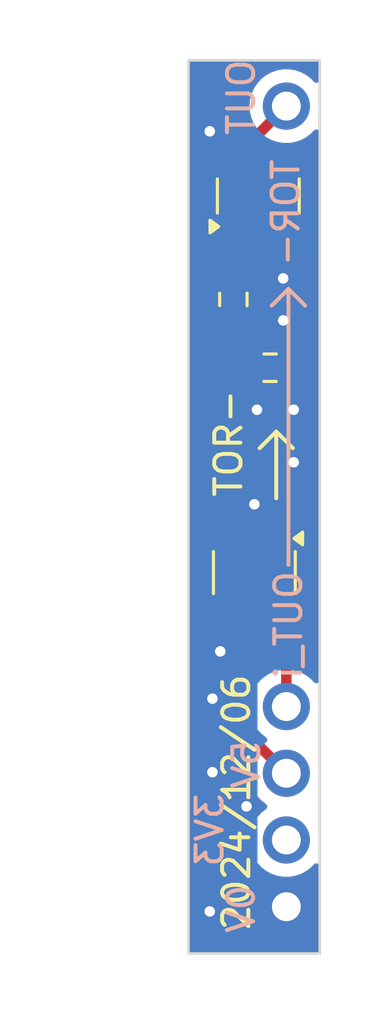
<source format=kicad_pcb>
(kicad_pcb (version 20241229) (generator "pcbnew") (generator_version "9.0")
  (layers (0 "F.Cu" signal) (2 "B.Cu" signal) (13 "F.Paste" user) (15 "B.Paste" user) (5 "F.SilkS" user "F.Silkscreen") (7 "B.SilkS" user "B.Silkscreen") (1 "F.Mask" user) (3 "B.Mask" user) (25 "Edge.Cuts" user))
  (net 0 "")
  (net 1 "/3V3")
  (net 2 "/5V")
  (net 3 "/OUT_i")
  (net 4 "/OUT")
  (net 5 "Net-(Q1-G)")
  (net 6 "/0V")
  (footprint "Package_TO_SOT_SMD:SOT-23" (layer "F.Cu") (at 247.85 69.4625 90)
    (property "Reference" "Q1" (hide yes))
    (property "Value" "AO3400A")
    (fp_line (start 0 -1.56) (end 0.65 -1.56) (stroke (width 0.12)) (layer "F.SilkS"))
    (fp_line (start 0 -1.56) (end -0.65 -1.56) (stroke (width 0.12)) (layer "F.SilkS"))
    (fp_line (start 0 1.56) (end 0.65 1.56) (stroke (width 0.12)) (layer "F.SilkS"))
    (fp_line (start 0 1.56) (end -0.65 1.56) (stroke (width 0.12)) (layer "F.SilkS"))
    (fp_poly (pts (xy -1.1625 -1.51) (xy -1.4025 -1.84) (xy -0.9225 -1.84) (xy -1.1625 -1.51)) (stroke (width 0.12)) (fill yes) (layer "F.SilkS"))
    (pad "1" smd roundrect (at -0.9375 -0.95 90) (size 1.475 0.6) (layers "F.Cu" "F.Mask" "F.Paste") (net 5 "Net-(Q1-G)"))
    (pad "2" smd roundrect (at -0.9375 0.95 90) (size 1.475 0.6) (layers "F.Cu" "F.Mask" "F.Paste") (net 6 "/0V"))
    (pad "3" smd roundrect (at 0.9375 0 90) (size 1.475 0.6) (layers "F.Cu" "F.Mask" "F.Paste") (net 4 "/OUT"))
  )
  (footprint "Chimere_comps:Pastille" (layer "F.Cu") (at 248.92 88.9)
    (property "Reference" "TP2" (hide yes))
    (property "Value" "TestPoint" (hide yes))
    (pad "1" thru_hole circle (at 0 0) (size 1.8 1.8) (drill 1.1) (layers "*.Cu" "*.Mask") (net 3 "/OUT_i"))
  )
  (footprint "Chimere_comps:Pastille" (layer "F.Cu") (at 248.92 66.04)
    (property "Reference" "TP1" (hide yes))
    (property "Value" "TestPoint" (hide yes))
    (pad "1" thru_hole circle (at 0 0) (size 1.8 1.8) (drill 1.1) (layers "*.Cu" "*.Mask") (net 4 "/OUT"))
  )
  (footprint "Resistor_SMD:R_0603_1608Metric" (layer "F.Cu") (at 246.9 73.4 90)
    (property "Reference" "R2" (hide yes))
    (property "Value" "0R")
    (fp_line (start -0.237258 -0.5225) (end 0.237258 -0.5225) (stroke (width 0.12)) (layer "F.SilkS"))
    (fp_line (start -0.237258 0.5225) (end 0.237258 0.5225) (stroke (width 0.12)) (layer "F.SilkS"))
    (pad "1" smd roundrect (at -0.825 0 90) (size 0.8 0.95) (layers "F.Cu" "F.Mask" "F.Paste") (net 3 "/OUT_i"))
    (pad "2" smd roundrect (at 0.825 0 90) (size 0.8 0.95) (layers "F.Cu" "F.Mask" "F.Paste") (net 5 "Net-(Q1-G)"))
  )
  (footprint "Package_TO_SOT_SMD:SOT-23-6" (layer "F.Cu") (at 247.7 83.8 -90)
    (property "Reference" "U1" (hide yes))
    (property "Value" "SRV05-4")
    (fp_line (start 0 1.56) (end -0.8 1.56) (stroke (width 0.12)) (layer "F.SilkS"))
    (fp_line (start 0 1.56) (end 0.8 1.56) (stroke (width 0.12)) (layer "F.SilkS"))
    (fp_line (start 0 -1.56) (end -0.8 -1.56) (stroke (width 0.12)) (layer "F.SilkS"))
    (fp_line (start 0 -1.56) (end 0.8 -1.56) (stroke (width 0.12)) (layer "F.SilkS"))
    (fp_poly (pts (xy -1.3 -1.51) (xy -1.54 -1.84) (xy -1.06 -1.84) (xy -1.3 -1.51)) (stroke (width 0.12)) (fill yes) (layer "F.SilkS"))
    (pad "1" smd roundrect (at -1.1375 -0.95 270) (size 1.325 0.6) (layers "F.Cu" "F.Mask" "F.Paste") (net 3 "/OUT_i"))
    (pad "2" smd roundrect (at -1.1375 0 270) (size 1.325 0.6) (layers "F.Cu" "F.Mask" "F.Paste") (net 6 "/0V"))
    (pad "3" smd roundrect (at -1.1375 0.95 270) (size 1.325 0.6) (layers "F.Cu" "F.Mask" "F.Paste") (net 3 "/OUT_i"))
    (pad "4" smd roundrect (at 1.1375 0.95 270) (size 1.325 0.6) (layers "F.Cu" "F.Mask" "F.Paste") (net 3 "/OUT_i"))
    (pad "5" smd roundrect (at 1.1375 0 270) (size 1.325 0.6) (layers "F.Cu" "F.Mask" "F.Paste") (net 2 "/5V"))
    (pad "6" smd roundrect (at 1.1375 -0.95 270) (size 1.325 0.6) (layers "F.Cu" "F.Mask" "F.Paste") (net 3 "/OUT_i"))
  )
  (footprint "Resistor_SMD:R_0603_1608Metric" (layer "F.Cu") (at 248.3 76)
    (property "Reference" "R1" (hide yes))
    (property "Value" "100k")
    (fp_line (start -0.237258 -0.5225) (end 0.237258 -0.5225) (stroke (width 0.12)) (layer "F.SilkS"))
    (fp_line (start -0.237258 0.5225) (end 0.237258 0.5225) (stroke (width 0.12)) (layer "F.SilkS"))
    (pad "1" smd roundrect (at -0.825 0) (size 0.8 0.95) (layers "F.Cu" "F.Mask" "F.Paste") (net 3 "/OUT_i"))
    (pad "2" smd roundrect (at 0.825 0) (size 0.8 0.95) (layers "F.Cu" "F.Mask" "F.Paste") (net 6 "/0V"))
  )
  (footprint "Chimere_comps:Pastille" (layer "F.Cu") (at 248.92 96.52)
    (property "Reference" "TP5" (hide yes))
    (property "Value" "TestPoint" (hide yes))
    (pad "1" thru_hole circle (at 0 0) (size 1.8 1.8) (drill 1.1) (layers "*.Cu" "*.Mask") (net 6 "/0V"))
  )
  (footprint "Chimere_comps:Pastille" (layer "F.Cu") (at 248.92 91.44)
    (property "Reference" "TP3" (hide yes))
    (property "Value" "TestPoint" (hide yes))
    (pad "1" thru_hole circle (at 0 0) (size 1.8 1.8) (drill 1.1) (layers "*.Cu" "*.Mask") (net 2 "/5V"))
  )
  (footprint "Chimere_comps:Pastille" (layer "F.Cu") (at 248.92 93.98)
    (property "Reference" "TP4" (hide yes))
    (property "Value" "TestPoint" (hide yes))
    (pad "1" thru_hole circle (at 0 0) (size 1.8 1.8) (drill 1.1) (layers "*.Cu" "*.Mask") (net 1 "/3V3"))
  )
  (gr_line (start 248.535 78.43) (end 248.535 80.97) (stroke (width 0.15)) (layer "F.SilkS"))
  (gr_line (start 247.9 79.065) (end 248.535 78.43) (stroke (width 0.15)) (layer "F.SilkS"))
  (gr_line (start 248.535 78.43) (end 249.17 79.065) (stroke (width 0.15)) (layer "F.SilkS"))
  (gr_line (start 249 73) (end 248.365 73.635) (stroke (width 0.15)) (layer "B.SilkS"))
  (gr_line (start 249 73) (end 249.635 73.635) (stroke (width 0.15)) (layer "B.SilkS"))
  (gr_line (start 249 83.5) (end 249 73) (stroke (width 0.15)) (layer "B.SilkS"))
  (gr_line (start 250.19 64.3) (end 245.19 64.3) (stroke (width 0.1)) (layer "Edge.Cuts"))
  (gr_line (start 250.19 98.3) (end 250.19 64.3) (stroke (width 0.1)) (layer "Edge.Cuts"))
  (gr_line (start 245.19 98.3) (end 245.19 64.3) (stroke (width 0.1)) (layer "Edge.Cuts"))
  (gr_line (start 250.19 98.3) (end 245.19 98.3) (stroke (width 0.1)) (layer "Edge.Cuts"))
  (gr_text "2024/12/06" (at 247.6 97.5 90) (layer "F.SilkS") (effects (font (size 1 1)) (justify left bottom)))
  (gr_text "TOR-" (at 247.3 81 90) (layer "F.SilkS") (effects (font (size 1 1)) (justify left bottom)))
  (gr_text "5V" (at 247.4 91.1 90) (layer "B.SilkS") (effects (font (size 1 1)) (justify mirror)))
  (gr_text "OUT" (at 247.2 65.7 90) (layer "B.SilkS") (effects (font (size 1 1)) (justify mirror)))
  (gr_text "OUT_i" (at 249 85.8 90) (layer "B.SilkS") (effects (font (size 1 1)) (justify mirror)))
  (gr_text "0V" (at 247.2 96.6 90) (layer "B.SilkS") (effects (font (size 1 1)) (justify mirror)))
  (gr_text "3V3" (at 246 93.6 90) (layer "B.SilkS") (effects (font (size 1 1)) (justify mirror)))
  (gr_text "TOR-" (at 248.9 70.1 90) (layer "B.SilkS") (effects (font (size 1 1)) (justify mirror)))
  (segment (start 247.7 87.1) (end 247.1 87.7) (width 0.4) (layer "F.Cu") (net 2))
  (segment (start 247.7 84.9375) (end 247.7 87.1) (width 0.4) (layer "F.Cu") (net 2))
  (segment (start 247.1 89.62) (end 248.92 91.44) (width 0.4) (layer "F.Cu") (net 2))
  (segment (start 247.1 87.7) (end 247.1 89.62) (width 0.4) (layer "F.Cu") (net 2))
  (segment (start 248.92 87.02) (end 248.65 86.75) (width 0.4) (layer "F.Cu") (net 3))
  (segment (start 246.75 78.5) (end 246.75 76.95) (width 0.4) (layer "F.Cu") (net 3))
  (segment (start 246.75 84.9375) (end 246.75 82.6625) (width 0.4) (layer "F.Cu") (net 3))
  (segment (start 246.75 82.6625) (end 246.75 78.5) (width 0.4) (layer "F.Cu") (net 3))
  (segment (start 246.9 74.9) (end 246.5 75.3) (width 0.4) (layer "F.Cu") (net 3))
  (segment (start 248.65 84.9375) (end 248.65 82.6625) (width 0.4) (layer "F.Cu") (net 3))
  (segment (start 246.5 76) (end 247.475 76) (width 0.4) (layer "F.Cu") (net 3))
  (segment (start 246.75 76.95) (end 246.5 76.7) (width 0.4) (layer "F.Cu") (net 3))
  (segment (start 246.5 76.7) (end 246.5 76) (width 0.4) (layer "F.Cu") (net 3))
  (segment (start 246.9 74.225) (end 246.9 74.9) (width 0.4) (layer "F.Cu") (net 3))
  (segment (start 246.75 78.75) (end 246.75 78.5) (width 0.4) (layer "F.Cu") (net 3))
  (segment (start 246.5 75.3) (end 246.5 76) (width 0.4) (layer "F.Cu") (net 3))
  (segment (start 248.65 86.75) (end 248.65 84.9375) (width 0.4) (layer "F.Cu") (net 3))
  (segment (start 248.65 82.6625) (end 248.65 80.65) (width 0.4) (layer "F.Cu") (net 3))
  (segment (start 248.92 88.9) (end 248.92 87.02) (width 0.4) (layer "F.Cu") (net 3))
  (segment (start 248.65 80.65) (end 246.75 78.75) (width 0.4) (layer "F.Cu") (net 3))
  (segment (start 247.85 68.525) (end 247.85 67.11) (width 0.4) (layer "F.Cu") (net 4))
  (segment (start 247.85 67.11) (end 248.92 66.04) (width 0.4) (layer "F.Cu") (net 4))
  (segment (start 246.9 72.575) (end 246.9 70.4) (width 0.4) (layer "F.Cu") (net 5))
  (segment (start 249.7 76) (end 249.7 73.5) (width 0.4) (layer "F.Cu") (net 6))
  (segment (start 249.7 73.5) (end 248.8 72.6) (width 0.4) (layer "F.Cu") (net 6))
  (segment (start 249.125 76) (end 249.7 76) (width 0.4) (layer "F.Cu") (net 6))
  (segment (start 248.8 70.4) (end 248.8 72.6) (width 0.4) (layer "F.Cu") (net 6))
  (segment (start 247.7 82.6625) (end 247.7 81.2) (width 0.4) (layer "F.Cu") (net 6))
  (via (at 249.2 79.6) (size 0.8) (drill 0.4) (layers "F.Cu" "B.Cu") (net 6))
  (via (at 246.1 91.4) (size 0.8) (drill 0.4) (layers "F.Cu" "B.Cu") (net 6))
  (via (at 248.8 74.2) (size 0.8) (drill 0.4) (layers "F.Cu" "B.Cu") (net 6))
  (via (at 246 67) (size 0.8) (drill 0.4) (layers "F.Cu" "B.Cu") (net 6))
  (via (at 249.2 77.6) (size 0.8) (drill 0.4) (layers "F.Cu" "B.Cu") (net 6))
  (via (at 247.4 92.7) (size 0.8) (drill 0.4) (layers "F.Cu" "B.Cu") (net 6))
  (via (at 247.7 81.2) (size 0.8) (drill 0.4) (layers "F.Cu" "B.Cu") (net 6))
  (via (at 246.1 88.6) (size 0.8) (drill 0.4) (layers "F.Cu" "B.Cu") (net 6))
  (via (at 246 96.7) (size 0.8) (drill 0.4) (layers "F.Cu" "B.Cu") (net 6))
  (via (at 247.8 77.6) (size 0.8) (drill 0.4) (layers "F.Cu" "B.Cu") (net 6))
  (via (at 246.4 86.8) (size 0.8) (drill 0.4) (layers "F.Cu" "B.Cu") (net 6))
  (via (at 248.8 72.6) (size 0.8) (drill 0.4) (layers "F.Cu" "B.Cu") (net 6))
  (segment (start 247.62 81.28) (end 247.62 95.22) (width 0.4) (layer "B.Cu") (net 6))
  (segment (start 247.7 81.2) (end 247.62 81.28) (width 0.4) (layer "B.Cu") (net 6))
  (segment (start 248.8 80.1) (end 247.7 81.2) (width 0.4) (layer "B.Cu") (net 6))
  (segment (start 248.8 72.6) (end 248.8 80.1) (width 0.4) (layer "B.Cu") (net 6))
  (segment (start 247.62 95.22) (end 248.92 96.52) (width 0.4) (layer "B.Cu") (net 6))
  (zone (net 6) (net_name "/0V") (layers "F.Cu" "B.Cu") (connect_pads yes (clearance 0.5)) (min_thickness 0.254) (fill yes (thermal_gap 0.508) (thermal_bridge_width 0.508))
    (polygon (pts (xy 252 101) (xy 238 101) (xy 238 62) (xy 252 62)))
  )
)
</source>
